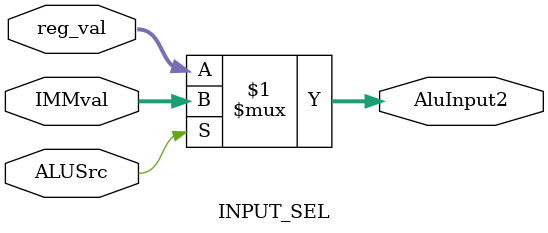
<source format=sv>
`timescale 1ns / 1ps


module INPUT_SEL(
    input         ALUSrc,       // ALUSrc is Control unit flag to select the Input, 
    input  [31:0] IMMval,       // IF 1, select imm value
    input  [31:0] reg_val,      // If 0, select register out put
    output [31:0] AluInput2
    );

    assign AluInput2 = ALUSrc ? IMMval:reg_val;

endmodule

</source>
